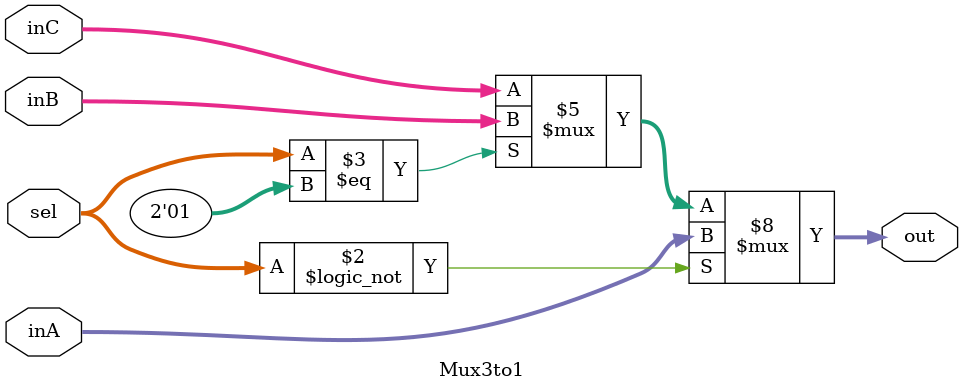
<source format=v>
`timescale 1ns / 1ps


module Mux3to1(out, inA, inB, inC, sel);
    output reg [31:0] out;
    
    input [31:0] inA;
    input [31:0] inB;
    input [31:0] inC;
    input [1:0] sel;

    /* Fill in the implementation here ... */ 
    always@(inA, inB, inC, sel) begin
        if (sel == 0) begin
            out <= inA;
        end
        else if (sel == 1) begin
            out <= inB;
        end
        else begin
            out <= inC;
        end
    end
endmodule

</source>
